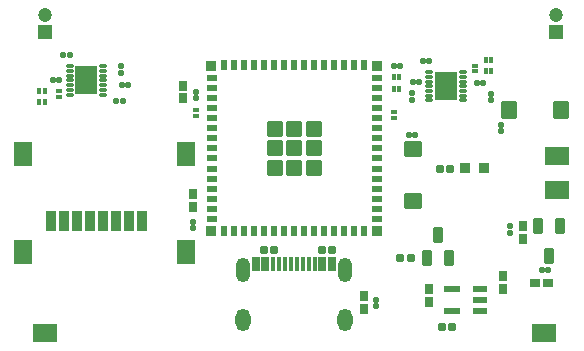
<source format=gts>
G04 Layer: TopSolderMaskLayer*
G04 EasyEDA Pro v2.2.40.8, 2025-08-10 13:50:58*
G04 Gerber Generator version 0.3*
G04 Scale: 100 percent, Rotated: No, Reflected: No*
G04 Dimensions in millimeters*
G04 Leading zeros omitted, absolute positions, 4 integers and 5 decimals*
G04 Generated by one-click*
%FSLAX45Y45*%
%MOMM*%
%AMRoundRect*1,1,$1,$2,$3*1,1,$1,$4,$5*1,1,$1,0-$2,0-$3*1,1,$1,0-$4,0-$5*20,1,$1,$2,$3,$4,$5,0*20,1,$1,$4,$5,0-$2,0-$3,0*20,1,$1,0-$2,0-$3,0-$4,0-$5,0*20,1,$1,0-$4,0-$5,$2,$3,0*4,1,4,$2,$3,$4,$5,0-$2,0-$3,0-$4,0-$5,$2,$3,0*%
%ADD10RoundRect,0.08771X-0.27695X-0.40199X-0.27695X0.40199*%
%ADD11RoundRect,0.08202X-0.17179X-0.194X-0.17179X0.194*%
%ADD12RoundRect,0.08202X-0.194X0.17179X0.194X0.17179*%
%ADD13RoundRect,0.08771X-0.40199X0.27695X0.40199X0.27695*%
%ADD14RoundRect,0.09164X-0.40518X-0.40518X-0.40518X0.40518*%
%ADD15RoundRect,0.0907X-0.28977X0.27695X0.28977X0.27695*%
%ADD16RoundRect,0.08771X-0.28977X0.27695X0.28977X0.27695*%
%ADD17RoundRect,0.08121X-0.16176X0.17219X0.16176X0.17219*%
%ADD18RoundRect,0.08121X-0.17219X-0.16176X-0.17219X0.16176*%
%ADD19RoundRect,0.09475X-0.68362X-0.61863X-0.68362X0.61863*%
%ADD20RoundRect,0.08335X-0.40834X-0.20834X-0.40834X0.20834*%
%ADD21RoundRect,0.08335X-0.20834X0.40834X0.20834X0.40834*%
%ADD22RoundRect,0.09002X-0.405X-0.405X-0.405X0.405*%
%ADD23RoundRect,0.09288X-0.60357X-0.60357X-0.60357X0.60357*%
%ADD24RoundRect,0.08701X-0.58599X-0.25249X-0.58599X0.25249*%
%ADD25RoundRect,0.08701X-0.595X-0.25249X-0.595X0.25249*%
%ADD26RoundRect,0.07769X-0.26466X-0.12416X-0.26466X0.12416*%
%ADD27RoundRect,0.09654X-0.85273X-1.15273X-0.85273X1.15273*%
%ADD28RoundRect,0.09049X-0.35575X0.63076X0.35575X0.63076*%
%ADD29RoundRect,0.09049X-0.35575X-0.63076X-0.35575X0.63076*%
%ADD30RoundRect,0.09164X-0.40518X0.76718X0.40518X0.76718*%
%ADD31RoundRect,0.0959X-0.75305X1.00305X0.75305X1.00305*%
%ADD32RoundRect,0.09402X-0.55399X0.55399X0.55399X0.55399*%
%ADD33C,1.202*%
%ADD34RoundRect,0.0959X-1.00305X0.75305X1.00305X0.75305*%
%ADD35RoundRect,0.09475X-0.61863X0.68362X0.61863X0.68362*%
%ADD36RoundRect,0.08669X-0.28168X0.55667X0.28168X0.55667*%
%ADD37RoundRect,0.08002X-0.16X0.56X0.16X0.56*%
%ADD38O,1.20002X2.10002*%
%ADD39O,1.30002X1.90002*%
G75*


G04 Pad Start*
G54D10*
G01X-944998Y625490D03*
G01X-944998Y734507D03*
G54D11*
G01X-834998Y627567D03*
G01X-834998Y682431D03*
G54D12*
G01X842566Y902498D03*
G01X897430Y902498D03*
G54D11*
G01X692499Y-1077566D03*
G01X692499Y-1132430D03*
G54D10*
G01X587499Y-1047418D03*
G01X587499Y-1156435D03*
G54D12*
G01X972566Y319999D03*
G01X1027430Y319999D03*
G54D13*
G01X2152004Y-932498D03*
G01X2042987Y-932498D03*
G54D12*
G01X2152428Y-822498D03*
G01X2097564Y-822498D03*
G54D11*
G01X1827496Y-455067D03*
G01X1827496Y-509931D03*
G54D10*
G01X1936993Y-454987D03*
G01X1936993Y-564004D03*
G01X1769986Y-987006D03*
G01X1769986Y-877990D03*
G01X1142508Y-988748D03*
G01X1142508Y-1097765D03*
G54D11*
G01X-854043Y-471088D03*
G01X-854043Y-416224D03*
G01X-1463977Y896403D03*
G01X-1463977Y841539D03*
G54D12*
G01X-1459929Y742499D03*
G01X-1405065Y742499D03*
G01X-1504929Y602499D03*
G01X-1450065Y602499D03*
G01X-1990064Y782499D03*
G01X-2044928Y782499D03*
G01X-1900064Y997498D03*
G01X-1954928Y997498D03*
G54D10*
G01X-854998Y-185491D03*
G01X-854998Y-294508D03*
G54D14*
G01X1609951Y35361D03*
G01X1450058Y34649D03*
G54D16*
G01X1233675Y31873D03*
G01X1320238Y31873D03*
G01X1251716Y-1305766D03*
G01X1338279Y-1305766D03*
G54D17*
G01X-2108340Y689999D03*
G01X-2156651Y689999D03*
G54D18*
G01X-1993976Y639816D03*
G01X-1993976Y688127D03*
G54D17*
G01X-2156651Y592499D03*
G01X-2108340Y592499D03*
G54D19*
G01X1004998Y-238491D03*
G01X1004998Y198491D03*
G54D20*
G01X-697509Y797507D03*
G01X-697509Y712519D03*
G01X-697509Y627505D03*
G01X-697509Y542517D03*
G01X-697509Y457503D03*
G01X-697509Y372515D03*
G01X-697509Y287501D03*
G01X-697509Y202512D03*
G01X-697509Y117524D03*
G01X-697509Y32510D03*
G01X-697509Y-52478D03*
G01X-697509Y-137492D03*
G01X-697509Y-222480D03*
G01X-697509Y-307494D03*
G01X-697509Y-392483D03*
G54D21*
G01X-594995Y-500001D03*
G01X-510007Y-500001D03*
G01X-424993Y-500001D03*
G01X-340004Y-500001D03*
G01X-254991Y-500001D03*
G01X-170002Y-500001D03*
G01X-84988Y-500001D03*
G01X0Y-500001D03*
G01X84988Y-500001D03*
G01X170002Y-500001D03*
G01X254991Y-500001D03*
G01X340004Y-500001D03*
G01X424993Y-500001D03*
G01X510007Y-500001D03*
G01X594995Y-500001D03*
G54D20*
G01X697509Y-392483D03*
G01X697509Y-307494D03*
G01X697509Y-222480D03*
G01X697509Y-137492D03*
G01X697509Y-52478D03*
G01X697509Y32510D03*
G01X697509Y117524D03*
G01X697509Y202512D03*
G01X697509Y287501D03*
G01X697509Y372515D03*
G01X697509Y457503D03*
G01X697509Y542517D03*
G01X697509Y627505D03*
G01X697509Y712519D03*
G01X697509Y797507D03*
G54D21*
G01X594995Y905000D03*
G01X510007Y905000D03*
G01X424993Y905000D03*
G01X340004Y905000D03*
G01X254991Y905000D03*
G01X170002Y905000D03*
G01X84988Y905000D03*
G01X0Y905000D03*
G01X-84988Y905000D03*
G01X-170002Y905000D03*
G01X-254991Y905000D03*
G01X-340004Y905000D03*
G01X-424993Y905000D03*
G01X-510007Y905000D03*
G01X-594995Y905000D03*
G54D22*
G01X-699999Y902511D03*
G01X699999Y902511D03*
G01X-699999Y-497486D03*
G01X699999Y-497486D03*
G54D23*
G01X-164998Y367511D03*
G01X0Y367511D03*
G01X164998Y367511D03*
G01X-164998Y202512D03*
G01X0Y202512D03*
G01X164998Y202512D03*
G01X-164998Y37514D03*
G01X0Y37514D03*
G01X164998Y37514D03*
G54D24*
G01X1570108Y-1177750D03*
G01X1570108Y-1082754D03*
G01X1570108Y-987758D03*
G54D25*
G01X1339374Y-987758D03*
G01X1339374Y-1177750D03*
G54D26*
G01X-1616229Y658981D03*
G01X-1616229Y698961D03*
G01X-1616229Y738966D03*
G01X-1616229Y778971D03*
G01X-1616229Y818976D03*
G01X-1616229Y858981D03*
G01X-1616229Y898961D03*
G01X-1901725Y898961D03*
G01X-1901725Y858981D03*
G01X-1901725Y818976D03*
G01X-1901725Y778971D03*
G01X-1901725Y738966D03*
G01X-1901725Y698961D03*
G01X-1901725Y658981D03*
G54D27*
G01X-1758977Y778971D03*
G54D28*
G01X2155848Y-704276D03*
G01X2060852Y-454340D03*
G01X2250844Y-454340D03*
G54D12*
G01X1059930Y767498D03*
G01X1005066Y767498D03*
G01X1144930Y939998D03*
G01X1090066Y939998D03*
G54D11*
G01X994099Y615135D03*
G01X994099Y669999D03*
G54D12*
G01X1545065Y759998D03*
G01X1599929Y759998D03*
G54D11*
G01X1669997Y610067D03*
G01X1669997Y664931D03*
G54D17*
G01X1622374Y854998D03*
G01X1670685Y854998D03*
G54D18*
G01X1527374Y903309D03*
G01X1527374Y854998D03*
G54D17*
G01X1670685Y949998D03*
G01X1622374Y949998D03*
G54D26*
G01X1144357Y848450D03*
G01X1144357Y808471D03*
G01X1144357Y768466D03*
G01X1144357Y728461D03*
G01X1144357Y688456D03*
G01X1144357Y648451D03*
G01X1144357Y608471D03*
G01X1429853Y608471D03*
G01X1429853Y648451D03*
G01X1429853Y688456D03*
G01X1429853Y728461D03*
G01X1429853Y768466D03*
G01X1429853Y808471D03*
G01X1429853Y848450D03*
G54D27*
G01X1287105Y728461D03*
G54D18*
G01X-834916Y524243D03*
G01X-834916Y475932D03*
G54D17*
G01X891654Y707499D03*
G01X843343Y707499D03*
G01X891654Y804998D03*
G01X843343Y804998D03*
G54D18*
G01X844998Y509154D03*
G01X844998Y460844D03*
G54D29*
G01X1122502Y-727498D03*
G01X1312494Y-727498D03*
G01X1217498Y-527499D03*
G54D16*
G01X899217Y-727498D03*
G01X985780Y-727498D03*
G54D30*
G01X-2054983Y-414990D03*
G01X-1945001Y-414990D03*
G01X-1834994Y-414990D03*
G01X-1724986Y-414990D03*
G01X-1615004Y-414990D03*
G01X-1504997Y-414990D03*
G01X-1394990Y-414990D03*
G01X-1285008Y-414990D03*
G54D31*
G01X-917495Y-675010D03*
G01X-917495Y155011D03*
G01X-2292499Y-675010D03*
G01X-2292499Y155011D03*
G54D32*
G01X-2109996Y1192495D03*
G54D33*
G01X-2109996Y1332500D03*
G54D32*
G01X2214996Y1189995D03*
G54D33*
G01X2214996Y1330000D03*
G54D34*
G01X2229791Y141159D03*
G01X2229791Y-151340D03*
G01X2117253Y-1361419D03*
G01X-2112739Y-1361418D03*
G54D11*
G01X1754996Y402431D03*
G01X1754996Y347567D03*
G54D35*
G01X2258487Y529999D03*
G01X1821505Y529999D03*
G54D16*
G01X231718Y-654999D03*
G01X318281Y-654999D03*
G01X-169218Y-654999D03*
G01X-255781Y-654999D03*
G54D36*
G01X-322515Y-774982D03*
G01X-242505Y-774982D03*
G54D37*
G01X-177506Y-774982D03*
G01X-127494Y-774982D03*
G01X-77506Y-774982D03*
G01X-27519Y-774982D03*
G01X22493Y-774982D03*
G01X72481Y-774982D03*
G01X122493Y-774982D03*
G01X172506Y-774982D03*
G54D36*
G01X237505Y-774982D03*
G01X317489Y-774982D03*
G54D38*
G01X-435011Y-829999D03*
G01X429986Y-829999D03*
G54D39*
G01X-435011Y-1250013D03*
G01X429986Y-1250013D03*
G04 Pad End*

M02*


</source>
